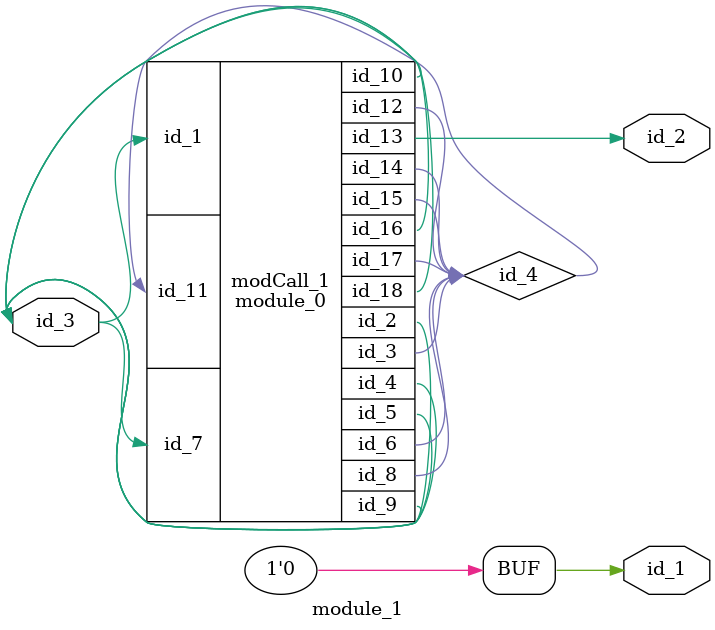
<source format=v>
module module_0 (
    id_1,
    id_2,
    id_3,
    id_4,
    id_5,
    id_6,
    id_7,
    id_8,
    id_9,
    id_10,
    id_11,
    id_12,
    id_13,
    id_14,
    id_15,
    id_16,
    id_17,
    id_18
);
  output wire id_18;
  output wire id_17;
  inout wire id_16;
  inout wire id_15;
  inout wire id_14;
  output wire id_13;
  inout wire id_12;
  input wire id_11;
  output wire id_10;
  output wire id_9;
  inout wire id_8;
  input wire id_7;
  output wire id_6;
  output wire id_5;
  output wire id_4;
  inout wire id_3;
  output wire id_2;
  input wire id_1;
  wire id_19;
endmodule
module module_1 (
    id_1,
    id_2,
    id_3
);
  inout wire id_3;
  output wire id_2;
  output wire id_1;
  assign id_1 = "";
  wire id_4;
  module_0 modCall_1 (
      id_3,
      id_3,
      id_4,
      id_3,
      id_3,
      id_4,
      id_3,
      id_4,
      id_3,
      id_3,
      id_4,
      id_4,
      id_2,
      id_4,
      id_4,
      id_3,
      id_4,
      id_3
  );
endmodule

</source>
